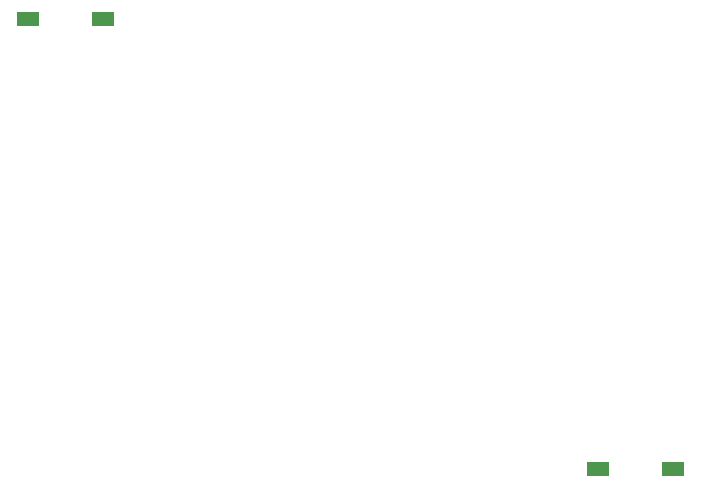
<source format=gbr>
G04 --- HEADER BEGIN --- *
G04 #@! TF.GenerationSoftware,LibrePCB,LibrePCB,1.3.0*
G04 #@! TF.CreationDate,2025-10-25T23:30:35*
G04 #@! TF.ProjectId,GateGuardian - Sommer Twist 350 Swing Gate,8a633c5c-b075-4c35-a81d-aba18a590e16,v1.1*
G04 #@! TF.Part,Single*
G04 #@! TF.SameCoordinates*
G04 #@! TF.FileFunction,Paste,Top*
G04 #@! TF.FilePolarity,Positive*
%FSLAX66Y66*%
%MOMM*%
G01*
G75*
G04 --- HEADER END --- *
G04 --- APERTURE LIST BEGIN --- *
%ADD10R,1.98X1.28*%
G04 --- APERTURE LIST END --- *
G04 --- BOARD BEGIN --- *
D10*
G04 #@! TO.C,S2*
X32410000Y50800000D03*
X38710000Y50800000D03*
G04 #@! TO.C,S4*
X86970000Y12700000D03*
X80670000Y12700000D03*
G04 --- BOARD END --- *
G04 #@! TF.MD5,07b7aa5dbdaa10515be694a8d5c7f137*
M02*

</source>
